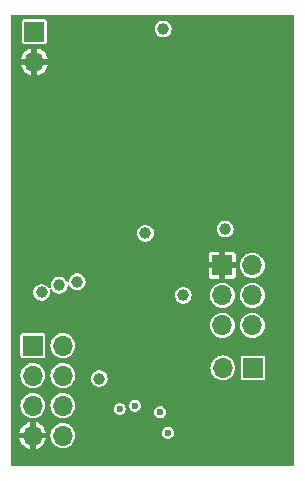
<source format=gbr>
%TF.GenerationSoftware,KiCad,Pcbnew,8.0.9-8.0.9-0~ubuntu24.04.1*%
%TF.CreationDate,2025-05-15T11:11:23+02:00*%
%TF.ProjectId,FastLapLights5V,46617374-4c61-4704-9c69-676874733556,MK6*%
%TF.SameCoordinates,Original*%
%TF.FileFunction,Copper,L3,Inr*%
%TF.FilePolarity,Positive*%
%FSLAX46Y46*%
G04 Gerber Fmt 4.6, Leading zero omitted, Abs format (unit mm)*
G04 Created by KiCad (PCBNEW 8.0.9-8.0.9-0~ubuntu24.04.1) date 2025-05-15 11:11:23*
%MOMM*%
%LPD*%
G01*
G04 APERTURE LIST*
%TA.AperFunction,ComponentPad*%
%ADD10R,1.700000X1.700000*%
%TD*%
%TA.AperFunction,ComponentPad*%
%ADD11O,1.700000X1.700000*%
%TD*%
%TA.AperFunction,ViaPad*%
%ADD12C,1.000000*%
%TD*%
%TA.AperFunction,ViaPad*%
%ADD13C,0.700000*%
%TD*%
%TA.AperFunction,ViaPad*%
%ADD14C,0.600000*%
%TD*%
G04 APERTURE END LIST*
D10*
%TO.N,+5V*%
%TO.C,J4*%
X44860000Y-115700000D03*
D11*
%TO.N,/START_LIGHTS_5V*%
X47400000Y-115700000D03*
%TO.N,/TRACK_LIGHTS_G*%
X44860000Y-118240000D03*
%TO.N,/TRACK_LIGHTS_R*%
X47400000Y-118240000D03*
%TO.N,/IO_POWER_RAIL_INT*%
X44860000Y-120780000D03*
%TO.N,/IO_POWER_RAIL_DATA*%
X47400000Y-120780000D03*
%TO.N,GND*%
X44860000Y-123320000D03*
%TO.N,+3.3V*%
X47400000Y-123320000D03*
%TD*%
D10*
%TO.N,VRAIL*%
%TO.C,J1*%
X45000000Y-89125000D03*
D11*
%TO.N,GND*%
X45000000Y-91665000D03*
%TD*%
D10*
%TO.N,/I2C_SDA*%
%TO.C,J3*%
X63500000Y-117600000D03*
D11*
%TO.N,/I2C_SCL*%
X60960000Y-117600000D03*
%TD*%
D10*
%TO.N,GND*%
%TO.C,J2*%
X60910000Y-108910000D03*
D11*
%TO.N,/SWD_SWCLK*%
X63450000Y-108910000D03*
%TO.N,+3.3V*%
X60910000Y-111450000D03*
%TO.N,/SWD_SWDIO*%
X63450000Y-111450000D03*
%TO.N,+3.3V*%
X60910000Y-113990000D03*
%TO.N,/SWD_NRST*%
X63450000Y-113990000D03*
%TD*%
D12*
%TO.N,GND*%
X53200000Y-116700000D03*
X45000000Y-93800000D03*
X50500000Y-124100000D03*
X50200000Y-107625000D03*
X63000000Y-120700000D03*
X53800000Y-98450000D03*
X59962500Y-92375000D03*
X64000000Y-88700000D03*
X52025000Y-110200000D03*
X57400000Y-121000000D03*
X54825000Y-111950000D03*
D13*
X55225686Y-117205686D03*
D12*
X54200000Y-92900000D03*
X52400000Y-114000000D03*
X58000000Y-113200000D03*
X52050000Y-93300000D03*
X59400000Y-116300000D03*
X56200000Y-120400000D03*
X47000000Y-107300000D03*
X66000000Y-88700000D03*
X66000000Y-109700000D03*
X51500000Y-119300000D03*
X43600000Y-109100000D03*
D14*
%TO.N,/TRACK_LIGHTS_R*%
X53500000Y-120800000D03*
D12*
%TO.N,+3.3V*%
X57600000Y-111450000D03*
D14*
%TO.N,/SWD_NRST*%
X55650000Y-121350000D03*
D12*
%TO.N,VRAIL*%
X47100000Y-110600000D03*
%TO.N,/IO_POWER_RAIL_DATA*%
X45600000Y-111200000D03*
D14*
%TO.N,/IO_POWER_RAIL_INT*%
X52224914Y-121075086D03*
D12*
%TO.N,+5V*%
X55900000Y-88900000D03*
X50500000Y-118500000D03*
X61150000Y-105850000D03*
X48625000Y-110300000D03*
X54400000Y-106200000D03*
D14*
%TO.N,/SJ1*%
X56300000Y-123100000D03*
%TD*%
%TA.AperFunction,Conductor*%
%TO.N,GND*%
G36*
X66942539Y-87720185D02*
G01*
X66988294Y-87772989D01*
X66999500Y-87824500D01*
X66999500Y-125775500D01*
X66979815Y-125842539D01*
X66927011Y-125888294D01*
X66875500Y-125899500D01*
X43124500Y-125899500D01*
X43057461Y-125879815D01*
X43011706Y-125827011D01*
X43000500Y-125775500D01*
X43000500Y-123069999D01*
X43735487Y-123069999D01*
X43735488Y-123070000D01*
X44426988Y-123070000D01*
X44394075Y-123127007D01*
X44360000Y-123254174D01*
X44360000Y-123385826D01*
X44394075Y-123512993D01*
X44426988Y-123570000D01*
X43735488Y-123570000D01*
X43783062Y-123737205D01*
X43783067Y-123737218D01*
X43878061Y-123927991D01*
X44006500Y-124098071D01*
X44164000Y-124241651D01*
X44164002Y-124241653D01*
X44345201Y-124353846D01*
X44345207Y-124353849D01*
X44543941Y-124430838D01*
X44610000Y-124443186D01*
X44610000Y-123753012D01*
X44667007Y-123785925D01*
X44794174Y-123820000D01*
X44925826Y-123820000D01*
X45052993Y-123785925D01*
X45110000Y-123753012D01*
X45110000Y-124443185D01*
X45176058Y-124430838D01*
X45374792Y-124353849D01*
X45374798Y-124353846D01*
X45555997Y-124241653D01*
X45555999Y-124241651D01*
X45713499Y-124098071D01*
X45841938Y-123927991D01*
X45936932Y-123737218D01*
X45936937Y-123737205D01*
X45984512Y-123570000D01*
X45293012Y-123570000D01*
X45325925Y-123512993D01*
X45360000Y-123385826D01*
X45360000Y-123320000D01*
X46344417Y-123320000D01*
X46364699Y-123525932D01*
X46378067Y-123570000D01*
X46424768Y-123723954D01*
X46522315Y-123906450D01*
X46522317Y-123906452D01*
X46653589Y-124066410D01*
X46692169Y-124098071D01*
X46813550Y-124197685D01*
X46996046Y-124295232D01*
X47194066Y-124355300D01*
X47194065Y-124355300D01*
X47212529Y-124357118D01*
X47400000Y-124375583D01*
X47605934Y-124355300D01*
X47803954Y-124295232D01*
X47986450Y-124197685D01*
X48146410Y-124066410D01*
X48277685Y-123906450D01*
X48375232Y-123723954D01*
X48435300Y-123525934D01*
X48455583Y-123320000D01*
X48435300Y-123114066D01*
X48431033Y-123100000D01*
X55794353Y-123100000D01*
X55814834Y-123242456D01*
X55820186Y-123254174D01*
X55874623Y-123373373D01*
X55968872Y-123482143D01*
X56089947Y-123559953D01*
X56089950Y-123559954D01*
X56089949Y-123559954D01*
X56228036Y-123600499D01*
X56228038Y-123600500D01*
X56228039Y-123600500D01*
X56371962Y-123600500D01*
X56371962Y-123600499D01*
X56510053Y-123559953D01*
X56631128Y-123482143D01*
X56725377Y-123373373D01*
X56785165Y-123242457D01*
X56805647Y-123100000D01*
X56785165Y-122957543D01*
X56725377Y-122826627D01*
X56631128Y-122717857D01*
X56510053Y-122640047D01*
X56510051Y-122640046D01*
X56510049Y-122640045D01*
X56510050Y-122640045D01*
X56371963Y-122599500D01*
X56371961Y-122599500D01*
X56228039Y-122599500D01*
X56228036Y-122599500D01*
X56089949Y-122640045D01*
X55968873Y-122717856D01*
X55874623Y-122826626D01*
X55874622Y-122826628D01*
X55814834Y-122957543D01*
X55794353Y-123100000D01*
X48431033Y-123100000D01*
X48375232Y-122916046D01*
X48277685Y-122733550D01*
X48167674Y-122599500D01*
X48146410Y-122573589D01*
X47986452Y-122442317D01*
X47986453Y-122442317D01*
X47986450Y-122442315D01*
X47803954Y-122344768D01*
X47605934Y-122284700D01*
X47605932Y-122284699D01*
X47605934Y-122284699D01*
X47400000Y-122264417D01*
X47194067Y-122284699D01*
X46996043Y-122344769D01*
X46895809Y-122398346D01*
X46813550Y-122442315D01*
X46813548Y-122442316D01*
X46813547Y-122442317D01*
X46653589Y-122573589D01*
X46522317Y-122733547D01*
X46424769Y-122916043D01*
X46364699Y-123114067D01*
X46344417Y-123320000D01*
X45360000Y-123320000D01*
X45360000Y-123254174D01*
X45325925Y-123127007D01*
X45293012Y-123070000D01*
X45984512Y-123070000D01*
X45984512Y-123069999D01*
X45936937Y-122902794D01*
X45936932Y-122902781D01*
X45841938Y-122712008D01*
X45713499Y-122541928D01*
X45555999Y-122398348D01*
X45555997Y-122398346D01*
X45374798Y-122286153D01*
X45374789Y-122286149D01*
X45176063Y-122209163D01*
X45176058Y-122209162D01*
X45110000Y-122196813D01*
X45110000Y-122886988D01*
X45052993Y-122854075D01*
X44925826Y-122820000D01*
X44794174Y-122820000D01*
X44667007Y-122854075D01*
X44610000Y-122886988D01*
X44610000Y-122196813D01*
X44543941Y-122209162D01*
X44543936Y-122209163D01*
X44345210Y-122286149D01*
X44345201Y-122286153D01*
X44164002Y-122398346D01*
X44164000Y-122398348D01*
X44006500Y-122541928D01*
X43878061Y-122712008D01*
X43783067Y-122902781D01*
X43783062Y-122902794D01*
X43735487Y-123069999D01*
X43000500Y-123069999D01*
X43000500Y-120780000D01*
X43804417Y-120780000D01*
X43824699Y-120985932D01*
X43824700Y-120985934D01*
X43884768Y-121183954D01*
X43982315Y-121366450D01*
X43982317Y-121366452D01*
X44113589Y-121526410D01*
X44173510Y-121575585D01*
X44273550Y-121657685D01*
X44456046Y-121755232D01*
X44654066Y-121815300D01*
X44654065Y-121815300D01*
X44672529Y-121817118D01*
X44860000Y-121835583D01*
X45065934Y-121815300D01*
X45263954Y-121755232D01*
X45446450Y-121657685D01*
X45606410Y-121526410D01*
X45737685Y-121366450D01*
X45835232Y-121183954D01*
X45895300Y-120985934D01*
X45915583Y-120780000D01*
X46344417Y-120780000D01*
X46364699Y-120985932D01*
X46364700Y-120985934D01*
X46424768Y-121183954D01*
X46522315Y-121366450D01*
X46522317Y-121366452D01*
X46653589Y-121526410D01*
X46713510Y-121575585D01*
X46813550Y-121657685D01*
X46996046Y-121755232D01*
X47194066Y-121815300D01*
X47194065Y-121815300D01*
X47212529Y-121817118D01*
X47400000Y-121835583D01*
X47605934Y-121815300D01*
X47803954Y-121755232D01*
X47986450Y-121657685D01*
X48146410Y-121526410D01*
X48277685Y-121366450D01*
X48375232Y-121183954D01*
X48408256Y-121075086D01*
X51719267Y-121075086D01*
X51739748Y-121217542D01*
X51799536Y-121348457D01*
X51799537Y-121348459D01*
X51893786Y-121457229D01*
X52014861Y-121535039D01*
X52014864Y-121535040D01*
X52014863Y-121535040D01*
X52152950Y-121575585D01*
X52152952Y-121575586D01*
X52152953Y-121575586D01*
X52296876Y-121575586D01*
X52296876Y-121575585D01*
X52434967Y-121535039D01*
X52556042Y-121457229D01*
X52648956Y-121350000D01*
X55144353Y-121350000D01*
X55164834Y-121492456D01*
X55202799Y-121575586D01*
X55224623Y-121623373D01*
X55318872Y-121732143D01*
X55439947Y-121809953D01*
X55439950Y-121809954D01*
X55439949Y-121809954D01*
X55578036Y-121850499D01*
X55578038Y-121850500D01*
X55578039Y-121850500D01*
X55721962Y-121850500D01*
X55721962Y-121850499D01*
X55860053Y-121809953D01*
X55981128Y-121732143D01*
X56075377Y-121623373D01*
X56135165Y-121492457D01*
X56155647Y-121350000D01*
X56135165Y-121207543D01*
X56075377Y-121076627D01*
X55981128Y-120967857D01*
X55860053Y-120890047D01*
X55860051Y-120890046D01*
X55860049Y-120890045D01*
X55860050Y-120890045D01*
X55721963Y-120849500D01*
X55721961Y-120849500D01*
X55578039Y-120849500D01*
X55578036Y-120849500D01*
X55439949Y-120890045D01*
X55318873Y-120967856D01*
X55224623Y-121076626D01*
X55224622Y-121076628D01*
X55164834Y-121207543D01*
X55144353Y-121350000D01*
X52648956Y-121350000D01*
X52650291Y-121348459D01*
X52710079Y-121217543D01*
X52730561Y-121075086D01*
X52710079Y-120932629D01*
X52650291Y-120801713D01*
X52648807Y-120800000D01*
X52994353Y-120800000D01*
X53014834Y-120942456D01*
X53074622Y-121073371D01*
X53074623Y-121073373D01*
X53168872Y-121182143D01*
X53289947Y-121259953D01*
X53289950Y-121259954D01*
X53289949Y-121259954D01*
X53428036Y-121300499D01*
X53428038Y-121300500D01*
X53428039Y-121300500D01*
X53571962Y-121300500D01*
X53571962Y-121300499D01*
X53710053Y-121259953D01*
X53831128Y-121182143D01*
X53925377Y-121073373D01*
X53985165Y-120942457D01*
X54005647Y-120800000D01*
X53985165Y-120657543D01*
X53925377Y-120526627D01*
X53831128Y-120417857D01*
X53710053Y-120340047D01*
X53710051Y-120340046D01*
X53710049Y-120340045D01*
X53710050Y-120340045D01*
X53571963Y-120299500D01*
X53571961Y-120299500D01*
X53428039Y-120299500D01*
X53428036Y-120299500D01*
X53289949Y-120340045D01*
X53168873Y-120417856D01*
X53074623Y-120526626D01*
X53074622Y-120526628D01*
X53014834Y-120657543D01*
X52994353Y-120800000D01*
X52648807Y-120800000D01*
X52556042Y-120692943D01*
X52434967Y-120615133D01*
X52434965Y-120615132D01*
X52434963Y-120615131D01*
X52434964Y-120615131D01*
X52296877Y-120574586D01*
X52296875Y-120574586D01*
X52152953Y-120574586D01*
X52152950Y-120574586D01*
X52014863Y-120615131D01*
X51893787Y-120692942D01*
X51799537Y-120801712D01*
X51799536Y-120801714D01*
X51739748Y-120932629D01*
X51719267Y-121075086D01*
X48408256Y-121075086D01*
X48435300Y-120985934D01*
X48455583Y-120780000D01*
X48435300Y-120574066D01*
X48375232Y-120376046D01*
X48277685Y-120193550D01*
X48225702Y-120130209D01*
X48146410Y-120033589D01*
X47986452Y-119902317D01*
X47986453Y-119902317D01*
X47986450Y-119902315D01*
X47803954Y-119804768D01*
X47605934Y-119744700D01*
X47605932Y-119744699D01*
X47605934Y-119744699D01*
X47400000Y-119724417D01*
X47194067Y-119744699D01*
X46996043Y-119804769D01*
X46885898Y-119863643D01*
X46813550Y-119902315D01*
X46813548Y-119902316D01*
X46813547Y-119902317D01*
X46653589Y-120033589D01*
X46522317Y-120193547D01*
X46424769Y-120376043D01*
X46364699Y-120574067D01*
X46344417Y-120780000D01*
X45915583Y-120780000D01*
X45895300Y-120574066D01*
X45835232Y-120376046D01*
X45737685Y-120193550D01*
X45685702Y-120130209D01*
X45606410Y-120033589D01*
X45446452Y-119902317D01*
X45446453Y-119902317D01*
X45446450Y-119902315D01*
X45263954Y-119804768D01*
X45065934Y-119744700D01*
X45065932Y-119744699D01*
X45065934Y-119744699D01*
X44860000Y-119724417D01*
X44654067Y-119744699D01*
X44456043Y-119804769D01*
X44345898Y-119863643D01*
X44273550Y-119902315D01*
X44273548Y-119902316D01*
X44273547Y-119902317D01*
X44113589Y-120033589D01*
X43982317Y-120193547D01*
X43884769Y-120376043D01*
X43824699Y-120574067D01*
X43804417Y-120780000D01*
X43000500Y-120780000D01*
X43000500Y-118240000D01*
X43804417Y-118240000D01*
X43824699Y-118445932D01*
X43849664Y-118528229D01*
X43884768Y-118643954D01*
X43982315Y-118826450D01*
X44016969Y-118868677D01*
X44113589Y-118986410D01*
X44210209Y-119065702D01*
X44273550Y-119117685D01*
X44456046Y-119215232D01*
X44654066Y-119275300D01*
X44654065Y-119275300D01*
X44672529Y-119277118D01*
X44860000Y-119295583D01*
X45065934Y-119275300D01*
X45263954Y-119215232D01*
X45446450Y-119117685D01*
X45606410Y-118986410D01*
X45737685Y-118826450D01*
X45835232Y-118643954D01*
X45895300Y-118445934D01*
X45915583Y-118240000D01*
X46344417Y-118240000D01*
X46364699Y-118445932D01*
X46389664Y-118528229D01*
X46424768Y-118643954D01*
X46522315Y-118826450D01*
X46556969Y-118868677D01*
X46653589Y-118986410D01*
X46750209Y-119065702D01*
X46813550Y-119117685D01*
X46996046Y-119215232D01*
X47194066Y-119275300D01*
X47194065Y-119275300D01*
X47212529Y-119277118D01*
X47400000Y-119295583D01*
X47605934Y-119275300D01*
X47803954Y-119215232D01*
X47986450Y-119117685D01*
X48146410Y-118986410D01*
X48277685Y-118826450D01*
X48375232Y-118643954D01*
X48418899Y-118500000D01*
X49794355Y-118500000D01*
X49814859Y-118668869D01*
X49814860Y-118668874D01*
X49875182Y-118827931D01*
X49937475Y-118918177D01*
X49971817Y-118967929D01*
X50077505Y-119061560D01*
X50099150Y-119080736D01*
X50249773Y-119159789D01*
X50249775Y-119159790D01*
X50414944Y-119200500D01*
X50585056Y-119200500D01*
X50750225Y-119159790D01*
X50830454Y-119117682D01*
X50900849Y-119080736D01*
X50900850Y-119080734D01*
X50900852Y-119080734D01*
X51028183Y-118967929D01*
X51124818Y-118827930D01*
X51185140Y-118668872D01*
X51205645Y-118500000D01*
X51185140Y-118331128D01*
X51124818Y-118172070D01*
X51028183Y-118032071D01*
X50900852Y-117919266D01*
X50900849Y-117919263D01*
X50750226Y-117840210D01*
X50585056Y-117799500D01*
X50414944Y-117799500D01*
X50249773Y-117840210D01*
X50099150Y-117919263D01*
X49971816Y-118032072D01*
X49875182Y-118172068D01*
X49814860Y-118331125D01*
X49814859Y-118331130D01*
X49794355Y-118500000D01*
X48418899Y-118500000D01*
X48435300Y-118445934D01*
X48455583Y-118240000D01*
X48435300Y-118034066D01*
X48375232Y-117836046D01*
X48277685Y-117653550D01*
X48233737Y-117600000D01*
X59904417Y-117600000D01*
X59924699Y-117805932D01*
X59924700Y-117805934D01*
X59984768Y-118003954D01*
X60082315Y-118186450D01*
X60082317Y-118186452D01*
X60213589Y-118346410D01*
X60310209Y-118425702D01*
X60373550Y-118477685D01*
X60556046Y-118575232D01*
X60754066Y-118635300D01*
X60754065Y-118635300D01*
X60772529Y-118637118D01*
X60960000Y-118655583D01*
X61165934Y-118635300D01*
X61363954Y-118575232D01*
X61546450Y-118477685D01*
X61706410Y-118346410D01*
X61837685Y-118186450D01*
X61935232Y-118003954D01*
X61995300Y-117805934D01*
X62015583Y-117600000D01*
X61995300Y-117394066D01*
X61935232Y-117196046D01*
X61837685Y-117013550D01*
X61785702Y-116950209D01*
X61706410Y-116853589D01*
X61580794Y-116750500D01*
X61556115Y-116730247D01*
X62449500Y-116730247D01*
X62449500Y-118469752D01*
X62461131Y-118528229D01*
X62461132Y-118528230D01*
X62505447Y-118594552D01*
X62571769Y-118638867D01*
X62571770Y-118638868D01*
X62630247Y-118650499D01*
X62630250Y-118650500D01*
X62630252Y-118650500D01*
X64369750Y-118650500D01*
X64369751Y-118650499D01*
X64384568Y-118647552D01*
X64428229Y-118638868D01*
X64428229Y-118638867D01*
X64428231Y-118638867D01*
X64494552Y-118594552D01*
X64538867Y-118528231D01*
X64538867Y-118528229D01*
X64538868Y-118528229D01*
X64550499Y-118469752D01*
X64550500Y-118469750D01*
X64550500Y-116730249D01*
X64550499Y-116730247D01*
X64538868Y-116671770D01*
X64538867Y-116671769D01*
X64494552Y-116605447D01*
X64428230Y-116561132D01*
X64428229Y-116561131D01*
X64369752Y-116549500D01*
X64369748Y-116549500D01*
X62630252Y-116549500D01*
X62630247Y-116549500D01*
X62571770Y-116561131D01*
X62571769Y-116561132D01*
X62505447Y-116605447D01*
X62461132Y-116671769D01*
X62461131Y-116671770D01*
X62449500Y-116730247D01*
X61556115Y-116730247D01*
X61546450Y-116722315D01*
X61363954Y-116624768D01*
X61165934Y-116564700D01*
X61165932Y-116564699D01*
X61165934Y-116564699D01*
X60960000Y-116544417D01*
X60754067Y-116564699D01*
X60556043Y-116624769D01*
X60468114Y-116671769D01*
X60373550Y-116722315D01*
X60373548Y-116722316D01*
X60373547Y-116722317D01*
X60213589Y-116853589D01*
X60082317Y-117013547D01*
X59984769Y-117196043D01*
X59924699Y-117394067D01*
X59904417Y-117600000D01*
X48233737Y-117600000D01*
X48225702Y-117590209D01*
X48146410Y-117493589D01*
X47986452Y-117362317D01*
X47986453Y-117362317D01*
X47986450Y-117362315D01*
X47803954Y-117264768D01*
X47605934Y-117204700D01*
X47605932Y-117204699D01*
X47605934Y-117204699D01*
X47400000Y-117184417D01*
X47194067Y-117204699D01*
X46996043Y-117264769D01*
X46885898Y-117323643D01*
X46813550Y-117362315D01*
X46813548Y-117362316D01*
X46813547Y-117362317D01*
X46653589Y-117493589D01*
X46522317Y-117653547D01*
X46424769Y-117836043D01*
X46364699Y-118034067D01*
X46344417Y-118240000D01*
X45915583Y-118240000D01*
X45895300Y-118034066D01*
X45835232Y-117836046D01*
X45737685Y-117653550D01*
X45685702Y-117590209D01*
X45606410Y-117493589D01*
X45446452Y-117362317D01*
X45446453Y-117362317D01*
X45446450Y-117362315D01*
X45263954Y-117264768D01*
X45065934Y-117204700D01*
X45065932Y-117204699D01*
X45065934Y-117204699D01*
X44860000Y-117184417D01*
X44654067Y-117204699D01*
X44456043Y-117264769D01*
X44345898Y-117323643D01*
X44273550Y-117362315D01*
X44273548Y-117362316D01*
X44273547Y-117362317D01*
X44113589Y-117493589D01*
X43982317Y-117653547D01*
X43884769Y-117836043D01*
X43824699Y-118034067D01*
X43804417Y-118240000D01*
X43000500Y-118240000D01*
X43000500Y-114830247D01*
X43809500Y-114830247D01*
X43809500Y-116569752D01*
X43821131Y-116628229D01*
X43821132Y-116628230D01*
X43865447Y-116694552D01*
X43931769Y-116738867D01*
X43931770Y-116738868D01*
X43990247Y-116750499D01*
X43990250Y-116750500D01*
X43990252Y-116750500D01*
X45729750Y-116750500D01*
X45729751Y-116750499D01*
X45744568Y-116747552D01*
X45788229Y-116738868D01*
X45788229Y-116738867D01*
X45788231Y-116738867D01*
X45854552Y-116694552D01*
X45898867Y-116628231D01*
X45898867Y-116628229D01*
X45898868Y-116628229D01*
X45910499Y-116569752D01*
X45910500Y-116569750D01*
X45910500Y-115700000D01*
X46344417Y-115700000D01*
X46364699Y-115905932D01*
X46364700Y-115905934D01*
X46424768Y-116103954D01*
X46522315Y-116286450D01*
X46522317Y-116286452D01*
X46653589Y-116446410D01*
X46750209Y-116525702D01*
X46813550Y-116577685D01*
X46996046Y-116675232D01*
X47194066Y-116735300D01*
X47194065Y-116735300D01*
X47212529Y-116737118D01*
X47400000Y-116755583D01*
X47605934Y-116735300D01*
X47803954Y-116675232D01*
X47986450Y-116577685D01*
X48146410Y-116446410D01*
X48277685Y-116286450D01*
X48375232Y-116103954D01*
X48435300Y-115905934D01*
X48455583Y-115700000D01*
X48435300Y-115494066D01*
X48375232Y-115296046D01*
X48277685Y-115113550D01*
X48205261Y-115025300D01*
X48146410Y-114953589D01*
X47996121Y-114830252D01*
X47986450Y-114822315D01*
X47803954Y-114724768D01*
X47605934Y-114664700D01*
X47605932Y-114664699D01*
X47605934Y-114664699D01*
X47400000Y-114644417D01*
X47194067Y-114664699D01*
X46996043Y-114724769D01*
X46908114Y-114771769D01*
X46813550Y-114822315D01*
X46813548Y-114822316D01*
X46813547Y-114822317D01*
X46653589Y-114953589D01*
X46522317Y-115113547D01*
X46424769Y-115296043D01*
X46364699Y-115494067D01*
X46344417Y-115700000D01*
X45910500Y-115700000D01*
X45910500Y-114830249D01*
X45910499Y-114830247D01*
X45898868Y-114771770D01*
X45898867Y-114771769D01*
X45854552Y-114705447D01*
X45788230Y-114661132D01*
X45788229Y-114661131D01*
X45729752Y-114649500D01*
X45729748Y-114649500D01*
X43990252Y-114649500D01*
X43990247Y-114649500D01*
X43931770Y-114661131D01*
X43931769Y-114661132D01*
X43865447Y-114705447D01*
X43821132Y-114771769D01*
X43821131Y-114771770D01*
X43809500Y-114830247D01*
X43000500Y-114830247D01*
X43000500Y-113990000D01*
X59854417Y-113990000D01*
X59874699Y-114195932D01*
X59874700Y-114195934D01*
X59934768Y-114393954D01*
X60032315Y-114576450D01*
X60032317Y-114576452D01*
X60163589Y-114736410D01*
X60260209Y-114815702D01*
X60323550Y-114867685D01*
X60506046Y-114965232D01*
X60704066Y-115025300D01*
X60704065Y-115025300D01*
X60722529Y-115027118D01*
X60910000Y-115045583D01*
X61115934Y-115025300D01*
X61313954Y-114965232D01*
X61496450Y-114867685D01*
X61656410Y-114736410D01*
X61787685Y-114576450D01*
X61885232Y-114393954D01*
X61945300Y-114195934D01*
X61965583Y-113990000D01*
X62394417Y-113990000D01*
X62414699Y-114195932D01*
X62414700Y-114195934D01*
X62474768Y-114393954D01*
X62572315Y-114576450D01*
X62572317Y-114576452D01*
X62703589Y-114736410D01*
X62800209Y-114815702D01*
X62863550Y-114867685D01*
X63046046Y-114965232D01*
X63244066Y-115025300D01*
X63244065Y-115025300D01*
X63262529Y-115027118D01*
X63450000Y-115045583D01*
X63655934Y-115025300D01*
X63853954Y-114965232D01*
X64036450Y-114867685D01*
X64196410Y-114736410D01*
X64327685Y-114576450D01*
X64425232Y-114393954D01*
X64485300Y-114195934D01*
X64505583Y-113990000D01*
X64485300Y-113784066D01*
X64425232Y-113586046D01*
X64327685Y-113403550D01*
X64275702Y-113340209D01*
X64196410Y-113243589D01*
X64036452Y-113112317D01*
X64036453Y-113112317D01*
X64036450Y-113112315D01*
X63853954Y-113014768D01*
X63655934Y-112954700D01*
X63655932Y-112954699D01*
X63655934Y-112954699D01*
X63450000Y-112934417D01*
X63244067Y-112954699D01*
X63046043Y-113014769D01*
X62935898Y-113073643D01*
X62863550Y-113112315D01*
X62863548Y-113112316D01*
X62863547Y-113112317D01*
X62703589Y-113243589D01*
X62572317Y-113403547D01*
X62474769Y-113586043D01*
X62414699Y-113784067D01*
X62394417Y-113990000D01*
X61965583Y-113990000D01*
X61945300Y-113784066D01*
X61885232Y-113586046D01*
X61787685Y-113403550D01*
X61735702Y-113340209D01*
X61656410Y-113243589D01*
X61496452Y-113112317D01*
X61496453Y-113112317D01*
X61496450Y-113112315D01*
X61313954Y-113014768D01*
X61115934Y-112954700D01*
X61115932Y-112954699D01*
X61115934Y-112954699D01*
X60910000Y-112934417D01*
X60704067Y-112954699D01*
X60506043Y-113014769D01*
X60395898Y-113073643D01*
X60323550Y-113112315D01*
X60323548Y-113112316D01*
X60323547Y-113112317D01*
X60163589Y-113243589D01*
X60032317Y-113403547D01*
X59934769Y-113586043D01*
X59874699Y-113784067D01*
X59854417Y-113990000D01*
X43000500Y-113990000D01*
X43000500Y-111200000D01*
X44894355Y-111200000D01*
X44914859Y-111368869D01*
X44914860Y-111368874D01*
X44975182Y-111527931D01*
X45037475Y-111618177D01*
X45071817Y-111667929D01*
X45177505Y-111761560D01*
X45199150Y-111780736D01*
X45338659Y-111853956D01*
X45349775Y-111859790D01*
X45514944Y-111900500D01*
X45685056Y-111900500D01*
X45850225Y-111859790D01*
X45929692Y-111818081D01*
X46000849Y-111780736D01*
X46000850Y-111780734D01*
X46000852Y-111780734D01*
X46128183Y-111667929D01*
X46224818Y-111527930D01*
X46254373Y-111450000D01*
X56894355Y-111450000D01*
X56914859Y-111618869D01*
X56914860Y-111618874D01*
X56975182Y-111777931D01*
X57027658Y-111853954D01*
X57071817Y-111917929D01*
X57177505Y-112011560D01*
X57199150Y-112030736D01*
X57349773Y-112109789D01*
X57349775Y-112109790D01*
X57514944Y-112150500D01*
X57685056Y-112150500D01*
X57850225Y-112109790D01*
X57929692Y-112068081D01*
X58000849Y-112030736D01*
X58000850Y-112030734D01*
X58000852Y-112030734D01*
X58128183Y-111917929D01*
X58224818Y-111777930D01*
X58285140Y-111618872D01*
X58305645Y-111450000D01*
X59854417Y-111450000D01*
X59874699Y-111655932D01*
X59904734Y-111754944D01*
X59934768Y-111853954D01*
X60032315Y-112036450D01*
X60032317Y-112036452D01*
X60163589Y-112196410D01*
X60260209Y-112275702D01*
X60323550Y-112327685D01*
X60506046Y-112425232D01*
X60704066Y-112485300D01*
X60704065Y-112485300D01*
X60722529Y-112487118D01*
X60910000Y-112505583D01*
X61115934Y-112485300D01*
X61313954Y-112425232D01*
X61496450Y-112327685D01*
X61656410Y-112196410D01*
X61787685Y-112036450D01*
X61885232Y-111853954D01*
X61945300Y-111655934D01*
X61965583Y-111450000D01*
X62394417Y-111450000D01*
X62414699Y-111655932D01*
X62444734Y-111754944D01*
X62474768Y-111853954D01*
X62572315Y-112036450D01*
X62572317Y-112036452D01*
X62703589Y-112196410D01*
X62800209Y-112275702D01*
X62863550Y-112327685D01*
X63046046Y-112425232D01*
X63244066Y-112485300D01*
X63244065Y-112485300D01*
X63262529Y-112487118D01*
X63450000Y-112505583D01*
X63655934Y-112485300D01*
X63853954Y-112425232D01*
X64036450Y-112327685D01*
X64196410Y-112196410D01*
X64327685Y-112036450D01*
X64425232Y-111853954D01*
X64485300Y-111655934D01*
X64505583Y-111450000D01*
X64485300Y-111244066D01*
X64425232Y-111046046D01*
X64327685Y-110863550D01*
X64249987Y-110768874D01*
X64196410Y-110703589D01*
X64036452Y-110572317D01*
X64036453Y-110572317D01*
X64036450Y-110572315D01*
X63853954Y-110474768D01*
X63655934Y-110414700D01*
X63655932Y-110414699D01*
X63655934Y-110414699D01*
X63450000Y-110394417D01*
X63244067Y-110414699D01*
X63046043Y-110474769D01*
X62935898Y-110533643D01*
X62863550Y-110572315D01*
X62863548Y-110572316D01*
X62863547Y-110572317D01*
X62703589Y-110703589D01*
X62586277Y-110846537D01*
X62572315Y-110863550D01*
X62569260Y-110869266D01*
X62474769Y-111046043D01*
X62414699Y-111244067D01*
X62394417Y-111450000D01*
X61965583Y-111450000D01*
X61945300Y-111244066D01*
X61885232Y-111046046D01*
X61787685Y-110863550D01*
X61709987Y-110768874D01*
X61656410Y-110703589D01*
X61496452Y-110572317D01*
X61496453Y-110572317D01*
X61496450Y-110572315D01*
X61313954Y-110474768D01*
X61115934Y-110414700D01*
X61115932Y-110414699D01*
X61115934Y-110414699D01*
X60910000Y-110394417D01*
X60704067Y-110414699D01*
X60506043Y-110474769D01*
X60395898Y-110533643D01*
X60323550Y-110572315D01*
X60323548Y-110572316D01*
X60323547Y-110572317D01*
X60163589Y-110703589D01*
X60046277Y-110846537D01*
X60032315Y-110863550D01*
X60029260Y-110869266D01*
X59934769Y-111046043D01*
X59874699Y-111244067D01*
X59854417Y-111450000D01*
X58305645Y-111450000D01*
X58285140Y-111281128D01*
X58224818Y-111122070D01*
X58128183Y-110982071D01*
X58000852Y-110869266D01*
X58000849Y-110869263D01*
X57850226Y-110790210D01*
X57685056Y-110749500D01*
X57514944Y-110749500D01*
X57349773Y-110790210D01*
X57199150Y-110869263D01*
X57071816Y-110982072D01*
X56975182Y-111122068D01*
X56914860Y-111281125D01*
X56914859Y-111281130D01*
X56894355Y-111450000D01*
X46254373Y-111450000D01*
X46285140Y-111368872D01*
X46305645Y-111200000D01*
X46290008Y-111071223D01*
X46301468Y-111002304D01*
X46348371Y-110950518D01*
X46415827Y-110932310D01*
X46482418Y-110953462D01*
X46515153Y-110985839D01*
X46571815Y-111067927D01*
X46699150Y-111180736D01*
X46849773Y-111259789D01*
X46849775Y-111259790D01*
X47014944Y-111300500D01*
X47185056Y-111300500D01*
X47350225Y-111259790D01*
X47464144Y-111200000D01*
X47500849Y-111180736D01*
X47500850Y-111180734D01*
X47500852Y-111180734D01*
X47628183Y-111067929D01*
X47724818Y-110927930D01*
X47785140Y-110768872D01*
X47792451Y-110708653D01*
X47820072Y-110644478D01*
X47878006Y-110605420D01*
X47947858Y-110603885D01*
X48007453Y-110640358D01*
X48017596Y-110653160D01*
X48096815Y-110767927D01*
X48096816Y-110767928D01*
X48096817Y-110767929D01*
X48097884Y-110768874D01*
X48224150Y-110880736D01*
X48357109Y-110950518D01*
X48374775Y-110959790D01*
X48539944Y-111000500D01*
X48710056Y-111000500D01*
X48875225Y-110959790D01*
X48954692Y-110918081D01*
X49025849Y-110880736D01*
X49025850Y-110880734D01*
X49025852Y-110880734D01*
X49153183Y-110767929D01*
X49249818Y-110627930D01*
X49310140Y-110468872D01*
X49330645Y-110300000D01*
X49310140Y-110131128D01*
X49249818Y-109972070D01*
X49245340Y-109965583D01*
X49199726Y-109899500D01*
X49153183Y-109832071D01*
X49025852Y-109719266D01*
X49025849Y-109719263D01*
X48875226Y-109640210D01*
X48710056Y-109599500D01*
X48539944Y-109599500D01*
X48374773Y-109640210D01*
X48224150Y-109719263D01*
X48096816Y-109832072D01*
X48000182Y-109972068D01*
X47939860Y-110131125D01*
X47939859Y-110131131D01*
X47932548Y-110191345D01*
X47904926Y-110255523D01*
X47846991Y-110294579D01*
X47777139Y-110296114D01*
X47717545Y-110259639D01*
X47707402Y-110246839D01*
X47628183Y-110132071D01*
X47500852Y-110019266D01*
X47500849Y-110019263D01*
X47350226Y-109940210D01*
X47185056Y-109899500D01*
X47014944Y-109899500D01*
X46849773Y-109940210D01*
X46699150Y-110019263D01*
X46582638Y-110122484D01*
X46572882Y-110131128D01*
X46571816Y-110132072D01*
X46475182Y-110272068D01*
X46414860Y-110431125D01*
X46414859Y-110431130D01*
X46397716Y-110572317D01*
X46394355Y-110600000D01*
X46399756Y-110644478D01*
X46409991Y-110728772D01*
X46398531Y-110797696D01*
X46351627Y-110849482D01*
X46284171Y-110867689D01*
X46217580Y-110846537D01*
X46184845Y-110814160D01*
X46128183Y-110732071D01*
X46000852Y-110619266D01*
X46000849Y-110619263D01*
X45850226Y-110540210D01*
X45685056Y-110499500D01*
X45514944Y-110499500D01*
X45349773Y-110540210D01*
X45199150Y-110619263D01*
X45071816Y-110732072D01*
X44975182Y-110872068D01*
X44914860Y-111031125D01*
X44914859Y-111031130D01*
X44894355Y-111200000D01*
X43000500Y-111200000D01*
X43000500Y-108015205D01*
X59760000Y-108015205D01*
X59760000Y-108660000D01*
X60476988Y-108660000D01*
X60444075Y-108717007D01*
X60410000Y-108844174D01*
X60410000Y-108975826D01*
X60444075Y-109102993D01*
X60476988Y-109160000D01*
X59760001Y-109160000D01*
X59760001Y-109804785D01*
X59760002Y-109804808D01*
X59762908Y-109829869D01*
X59762909Y-109829873D01*
X59808211Y-109932474D01*
X59808214Y-109932479D01*
X59887520Y-110011785D01*
X59887525Y-110011788D01*
X59990123Y-110057089D01*
X60015206Y-110059999D01*
X60659999Y-110059999D01*
X60660000Y-110059998D01*
X60660000Y-109343012D01*
X60717007Y-109375925D01*
X60844174Y-109410000D01*
X60975826Y-109410000D01*
X61102993Y-109375925D01*
X61160000Y-109343012D01*
X61160000Y-110059999D01*
X61804786Y-110059999D01*
X61804808Y-110059997D01*
X61829869Y-110057091D01*
X61829873Y-110057090D01*
X61932474Y-110011788D01*
X61932479Y-110011785D01*
X62011785Y-109932479D01*
X62011788Y-109932474D01*
X62057089Y-109829877D01*
X62057089Y-109829875D01*
X62059999Y-109804794D01*
X62060000Y-109804791D01*
X62060000Y-109160000D01*
X61343012Y-109160000D01*
X61375925Y-109102993D01*
X61410000Y-108975826D01*
X61410000Y-108910000D01*
X62394417Y-108910000D01*
X62414699Y-109115932D01*
X62414700Y-109115934D01*
X62474768Y-109313954D01*
X62572315Y-109496450D01*
X62572317Y-109496452D01*
X62703589Y-109656410D01*
X62780177Y-109719263D01*
X62863550Y-109787685D01*
X63046046Y-109885232D01*
X63244066Y-109945300D01*
X63244065Y-109945300D01*
X63262529Y-109947118D01*
X63450000Y-109965583D01*
X63655934Y-109945300D01*
X63853954Y-109885232D01*
X64036450Y-109787685D01*
X64196410Y-109656410D01*
X64327685Y-109496450D01*
X64425232Y-109313954D01*
X64485300Y-109115934D01*
X64505583Y-108910000D01*
X64485300Y-108704066D01*
X64425232Y-108506046D01*
X64327685Y-108323550D01*
X64275702Y-108260209D01*
X64196410Y-108163589D01*
X64036452Y-108032317D01*
X64036453Y-108032317D01*
X64036450Y-108032315D01*
X63853954Y-107934768D01*
X63655934Y-107874700D01*
X63655932Y-107874699D01*
X63655934Y-107874699D01*
X63450000Y-107854417D01*
X63244067Y-107874699D01*
X63046043Y-107934769D01*
X62942487Y-107990122D01*
X62863550Y-108032315D01*
X62863548Y-108032316D01*
X62863547Y-108032317D01*
X62703589Y-108163589D01*
X62572317Y-108323547D01*
X62474769Y-108506043D01*
X62414699Y-108704067D01*
X62394417Y-108910000D01*
X61410000Y-108910000D01*
X61410000Y-108844174D01*
X61375925Y-108717007D01*
X61343012Y-108660000D01*
X62059999Y-108660000D01*
X62059999Y-108015214D01*
X62059997Y-108015191D01*
X62057091Y-107990130D01*
X62057090Y-107990126D01*
X62011788Y-107887525D01*
X62011785Y-107887520D01*
X61932479Y-107808214D01*
X61932474Y-107808211D01*
X61829876Y-107762910D01*
X61804794Y-107760000D01*
X61160000Y-107760000D01*
X61160000Y-108476988D01*
X61102993Y-108444075D01*
X60975826Y-108410000D01*
X60844174Y-108410000D01*
X60717007Y-108444075D01*
X60660000Y-108476988D01*
X60660000Y-107760000D01*
X60015214Y-107760000D01*
X60015191Y-107760002D01*
X59990130Y-107762908D01*
X59990126Y-107762909D01*
X59887525Y-107808211D01*
X59887520Y-107808214D01*
X59808214Y-107887520D01*
X59808211Y-107887525D01*
X59762910Y-107990122D01*
X59762910Y-107990124D01*
X59760000Y-108015205D01*
X43000500Y-108015205D01*
X43000500Y-106200000D01*
X53694355Y-106200000D01*
X53714859Y-106368869D01*
X53714860Y-106368874D01*
X53775182Y-106527931D01*
X53790761Y-106550500D01*
X53871817Y-106667929D01*
X53977505Y-106761560D01*
X53999150Y-106780736D01*
X54149773Y-106859789D01*
X54149775Y-106859790D01*
X54314944Y-106900500D01*
X54485056Y-106900500D01*
X54650225Y-106859790D01*
X54729692Y-106818081D01*
X54800849Y-106780736D01*
X54800850Y-106780734D01*
X54800852Y-106780734D01*
X54928183Y-106667929D01*
X55024818Y-106527930D01*
X55085140Y-106368872D01*
X55105645Y-106200000D01*
X55085140Y-106031128D01*
X55024818Y-105872070D01*
X55009584Y-105850000D01*
X60444355Y-105850000D01*
X60464859Y-106018869D01*
X60464860Y-106018874D01*
X60525182Y-106177931D01*
X60587475Y-106268177D01*
X60621817Y-106317929D01*
X60727505Y-106411560D01*
X60749150Y-106430736D01*
X60899773Y-106509789D01*
X60899775Y-106509790D01*
X61064944Y-106550500D01*
X61235056Y-106550500D01*
X61400225Y-106509790D01*
X61479692Y-106468081D01*
X61550849Y-106430736D01*
X61550850Y-106430734D01*
X61550852Y-106430734D01*
X61678183Y-106317929D01*
X61774818Y-106177930D01*
X61835140Y-106018872D01*
X61855645Y-105850000D01*
X61835140Y-105681128D01*
X61774818Y-105522070D01*
X61678183Y-105382071D01*
X61550852Y-105269266D01*
X61550849Y-105269263D01*
X61400226Y-105190210D01*
X61235056Y-105149500D01*
X61064944Y-105149500D01*
X60899773Y-105190210D01*
X60749150Y-105269263D01*
X60621816Y-105382072D01*
X60525182Y-105522068D01*
X60464860Y-105681125D01*
X60464859Y-105681130D01*
X60444355Y-105850000D01*
X55009584Y-105850000D01*
X54928183Y-105732071D01*
X54800852Y-105619266D01*
X54800849Y-105619263D01*
X54650226Y-105540210D01*
X54485056Y-105499500D01*
X54314944Y-105499500D01*
X54149773Y-105540210D01*
X53999150Y-105619263D01*
X53871816Y-105732072D01*
X53775182Y-105872068D01*
X53714860Y-106031125D01*
X53714859Y-106031130D01*
X53694355Y-106200000D01*
X43000500Y-106200000D01*
X43000500Y-91414999D01*
X43875487Y-91414999D01*
X43875488Y-91415000D01*
X44566988Y-91415000D01*
X44534075Y-91472007D01*
X44500000Y-91599174D01*
X44500000Y-91730826D01*
X44534075Y-91857993D01*
X44566988Y-91915000D01*
X43875488Y-91915000D01*
X43923062Y-92082205D01*
X43923067Y-92082218D01*
X44018061Y-92272991D01*
X44146500Y-92443071D01*
X44304000Y-92586651D01*
X44304002Y-92586653D01*
X44485201Y-92698846D01*
X44485207Y-92698849D01*
X44683941Y-92775838D01*
X44750000Y-92788186D01*
X44750000Y-92098012D01*
X44807007Y-92130925D01*
X44934174Y-92165000D01*
X45065826Y-92165000D01*
X45192993Y-92130925D01*
X45250000Y-92098012D01*
X45250000Y-92788185D01*
X45316058Y-92775838D01*
X45514792Y-92698849D01*
X45514798Y-92698846D01*
X45695997Y-92586653D01*
X45695999Y-92586651D01*
X45853499Y-92443071D01*
X45981938Y-92272991D01*
X46076932Y-92082218D01*
X46076937Y-92082205D01*
X46124512Y-91915000D01*
X45433012Y-91915000D01*
X45465925Y-91857993D01*
X45500000Y-91730826D01*
X45500000Y-91599174D01*
X45465925Y-91472007D01*
X45433012Y-91415000D01*
X46124512Y-91415000D01*
X46124512Y-91414999D01*
X46076937Y-91247794D01*
X46076932Y-91247781D01*
X45981938Y-91057008D01*
X45853499Y-90886928D01*
X45695999Y-90743348D01*
X45695997Y-90743346D01*
X45514798Y-90631153D01*
X45514789Y-90631149D01*
X45316063Y-90554163D01*
X45316058Y-90554162D01*
X45250000Y-90541813D01*
X45250000Y-91231988D01*
X45192993Y-91199075D01*
X45065826Y-91165000D01*
X44934174Y-91165000D01*
X44807007Y-91199075D01*
X44750000Y-91231988D01*
X44750000Y-90541813D01*
X44683941Y-90554162D01*
X44683936Y-90554163D01*
X44485210Y-90631149D01*
X44485201Y-90631153D01*
X44304002Y-90743346D01*
X44304000Y-90743348D01*
X44146500Y-90886928D01*
X44018061Y-91057008D01*
X43923067Y-91247781D01*
X43923062Y-91247794D01*
X43875487Y-91414999D01*
X43000500Y-91414999D01*
X43000500Y-88255247D01*
X43949500Y-88255247D01*
X43949500Y-89994752D01*
X43961131Y-90053229D01*
X43961132Y-90053230D01*
X44005447Y-90119552D01*
X44071769Y-90163867D01*
X44071770Y-90163868D01*
X44130247Y-90175499D01*
X44130250Y-90175500D01*
X44130252Y-90175500D01*
X45869750Y-90175500D01*
X45869751Y-90175499D01*
X45884568Y-90172552D01*
X45928229Y-90163868D01*
X45928229Y-90163867D01*
X45928231Y-90163867D01*
X45994552Y-90119552D01*
X46038867Y-90053231D01*
X46038867Y-90053229D01*
X46038868Y-90053229D01*
X46050499Y-89994752D01*
X46050500Y-89994750D01*
X46050500Y-88900000D01*
X55194355Y-88900000D01*
X55214859Y-89068869D01*
X55214860Y-89068874D01*
X55275182Y-89227931D01*
X55337475Y-89318177D01*
X55371817Y-89367929D01*
X55477505Y-89461560D01*
X55499150Y-89480736D01*
X55649773Y-89559789D01*
X55649775Y-89559790D01*
X55814944Y-89600500D01*
X55985056Y-89600500D01*
X56150225Y-89559790D01*
X56229692Y-89518081D01*
X56300849Y-89480736D01*
X56300850Y-89480734D01*
X56300852Y-89480734D01*
X56428183Y-89367929D01*
X56524818Y-89227930D01*
X56585140Y-89068872D01*
X56605645Y-88900000D01*
X56585140Y-88731128D01*
X56524818Y-88572070D01*
X56428183Y-88432071D01*
X56300852Y-88319266D01*
X56300849Y-88319263D01*
X56150226Y-88240210D01*
X55985056Y-88199500D01*
X55814944Y-88199500D01*
X55649773Y-88240210D01*
X55499150Y-88319263D01*
X55371816Y-88432072D01*
X55275182Y-88572068D01*
X55214860Y-88731125D01*
X55214859Y-88731130D01*
X55194355Y-88900000D01*
X46050500Y-88900000D01*
X46050500Y-88255249D01*
X46050499Y-88255247D01*
X46038868Y-88196770D01*
X46038867Y-88196769D01*
X45994552Y-88130447D01*
X45928230Y-88086132D01*
X45928229Y-88086131D01*
X45869752Y-88074500D01*
X45869748Y-88074500D01*
X44130252Y-88074500D01*
X44130247Y-88074500D01*
X44071770Y-88086131D01*
X44071769Y-88086132D01*
X44005447Y-88130447D01*
X43961132Y-88196769D01*
X43961131Y-88196770D01*
X43949500Y-88255247D01*
X43000500Y-88255247D01*
X43000500Y-87824500D01*
X43020185Y-87757461D01*
X43072989Y-87711706D01*
X43124500Y-87700500D01*
X66875500Y-87700500D01*
X66942539Y-87720185D01*
G37*
%TD.AperFunction*%
%TD*%
M02*

</source>
